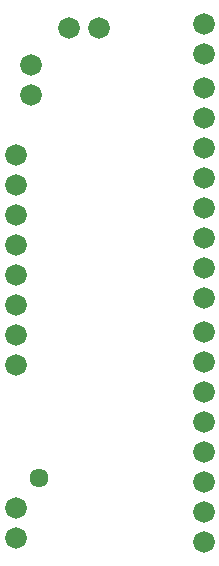
<source format=gbs>
G75*
%MOIN*%
%OFA0B0*%
%FSLAX25Y25*%
%IPPOS*%
%LPD*%
%AMOC8*
5,1,8,0,0,1.08239X$1,22.5*
%
%ADD10C,0.07200*%
%ADD11C,0.06343*%
D10*
X0011931Y0011000D03*
X0011931Y0021000D03*
X0011931Y0068500D03*
X0011931Y0078500D03*
X0011931Y0088500D03*
X0011931Y0098500D03*
X0011931Y0108500D03*
X0011931Y0118500D03*
X0011931Y0128500D03*
X0011931Y0138500D03*
X0016931Y0158500D03*
X0016931Y0168500D03*
X0029431Y0181000D03*
X0039431Y0181000D03*
X0074431Y0182250D03*
X0074431Y0172250D03*
X0074431Y0161000D03*
X0074431Y0151000D03*
X0074431Y0141000D03*
X0074431Y0131000D03*
X0074431Y0121000D03*
X0074431Y0111000D03*
X0074431Y0101000D03*
X0074431Y0091000D03*
X0074431Y0079750D03*
X0074431Y0069750D03*
X0074431Y0059750D03*
X0074431Y0049750D03*
X0074431Y0039750D03*
X0074431Y0029750D03*
X0074431Y0019750D03*
X0074431Y0009750D03*
D11*
X0019431Y0031000D03*
M02*

</source>
